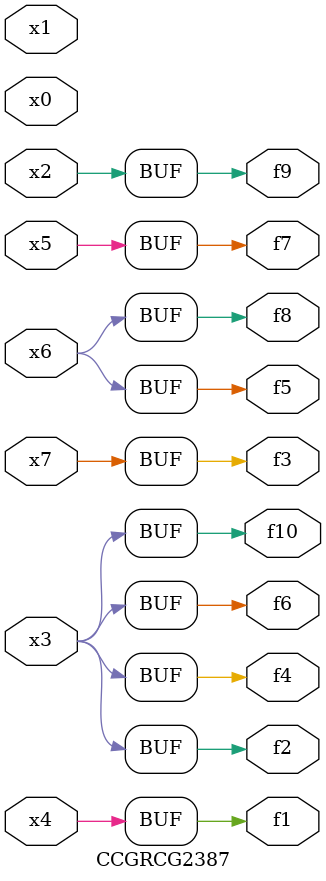
<source format=v>
module CCGRCG2387(
	input x0, x1, x2, x3, x4, x5, x6, x7,
	output f1, f2, f3, f4, f5, f6, f7, f8, f9, f10
);
	assign f1 = x4;
	assign f2 = x3;
	assign f3 = x7;
	assign f4 = x3;
	assign f5 = x6;
	assign f6 = x3;
	assign f7 = x5;
	assign f8 = x6;
	assign f9 = x2;
	assign f10 = x3;
endmodule

</source>
